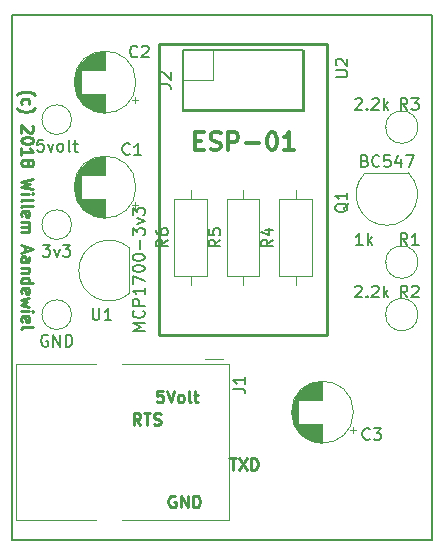
<source format=gbr>
G04 #@! TF.GenerationSoftware,KiCad,Pcbnew,(5.0.0-3-g5ebb6b6)*
G04 #@! TF.CreationDate,2018-11-13T12:47:17+01:00*
G04 #@! TF.ProjectId,DSMRlogger_v3,44534D526C6F676765725F76332E6B69,rev?*
G04 #@! TF.SameCoordinates,Original*
G04 #@! TF.FileFunction,Legend,Top*
G04 #@! TF.FilePolarity,Positive*
%FSLAX46Y46*%
G04 Gerber Fmt 4.6, Leading zero omitted, Abs format (unit mm)*
G04 Created by KiCad (PCBNEW (5.0.0-3-g5ebb6b6)) date Tuesday, 13 November 2018 at 12:47:17*
%MOMM*%
%LPD*%
G01*
G04 APERTURE LIST*
%ADD10C,0.300000*%
%ADD11C,0.250000*%
%ADD12C,0.200000*%
%ADD13C,0.120000*%
%ADD14C,0.254000*%
%ADD15C,0.152400*%
%ADD16C,0.100000*%
%ADD17C,0.150000*%
G04 APERTURE END LIST*
D10*
X55547142Y-39262857D02*
X56047142Y-39262857D01*
X56261428Y-40048571D02*
X55547142Y-40048571D01*
X55547142Y-38548571D01*
X56261428Y-38548571D01*
X56832857Y-39977142D02*
X57047142Y-40048571D01*
X57404285Y-40048571D01*
X57547142Y-39977142D01*
X57618571Y-39905714D01*
X57690000Y-39762857D01*
X57690000Y-39620000D01*
X57618571Y-39477142D01*
X57547142Y-39405714D01*
X57404285Y-39334285D01*
X57118571Y-39262857D01*
X56975714Y-39191428D01*
X56904285Y-39120000D01*
X56832857Y-38977142D01*
X56832857Y-38834285D01*
X56904285Y-38691428D01*
X56975714Y-38620000D01*
X57118571Y-38548571D01*
X57475714Y-38548571D01*
X57690000Y-38620000D01*
X58332857Y-40048571D02*
X58332857Y-38548571D01*
X58904285Y-38548571D01*
X59047142Y-38620000D01*
X59118571Y-38691428D01*
X59190000Y-38834285D01*
X59190000Y-39048571D01*
X59118571Y-39191428D01*
X59047142Y-39262857D01*
X58904285Y-39334285D01*
X58332857Y-39334285D01*
X59832857Y-39477142D02*
X60975714Y-39477142D01*
X61975714Y-38548571D02*
X62118571Y-38548571D01*
X62261428Y-38620000D01*
X62332857Y-38691428D01*
X62404285Y-38834285D01*
X62475714Y-39120000D01*
X62475714Y-39477142D01*
X62404285Y-39762857D01*
X62332857Y-39905714D01*
X62261428Y-39977142D01*
X62118571Y-40048571D01*
X61975714Y-40048571D01*
X61832857Y-39977142D01*
X61761428Y-39905714D01*
X61690000Y-39762857D01*
X61618571Y-39477142D01*
X61618571Y-39120000D01*
X61690000Y-38834285D01*
X61761428Y-38691428D01*
X61832857Y-38620000D01*
X61975714Y-38548571D01*
X63904285Y-40048571D02*
X63047142Y-40048571D01*
X63475714Y-40048571D02*
X63475714Y-38548571D01*
X63332857Y-38762857D01*
X63190000Y-38905714D01*
X63047142Y-38977142D01*
D11*
X40441666Y-35370714D02*
X40489285Y-35323095D01*
X40632142Y-35227857D01*
X40727380Y-35180238D01*
X40870238Y-35132619D01*
X41108333Y-35085000D01*
X41298809Y-35085000D01*
X41536904Y-35132619D01*
X41679761Y-35180238D01*
X41775000Y-35227857D01*
X41917857Y-35323095D01*
X41965476Y-35370714D01*
X40870238Y-36180238D02*
X40822619Y-36085000D01*
X40822619Y-35894523D01*
X40870238Y-35799285D01*
X40917857Y-35751666D01*
X41013095Y-35704047D01*
X41298809Y-35704047D01*
X41394047Y-35751666D01*
X41441666Y-35799285D01*
X41489285Y-35894523D01*
X41489285Y-36085000D01*
X41441666Y-36180238D01*
X40441666Y-36513571D02*
X40489285Y-36561190D01*
X40632142Y-36656428D01*
X40727380Y-36704047D01*
X40870238Y-36751666D01*
X41108333Y-36799285D01*
X41298809Y-36799285D01*
X41536904Y-36751666D01*
X41679761Y-36704047D01*
X41775000Y-36656428D01*
X41917857Y-36561190D01*
X41965476Y-36513571D01*
X41727380Y-37989761D02*
X41775000Y-38037380D01*
X41822619Y-38132619D01*
X41822619Y-38370714D01*
X41775000Y-38465952D01*
X41727380Y-38513571D01*
X41632142Y-38561190D01*
X41536904Y-38561190D01*
X41394047Y-38513571D01*
X40822619Y-37942142D01*
X40822619Y-38561190D01*
X41822619Y-39180238D02*
X41822619Y-39275476D01*
X41775000Y-39370714D01*
X41727380Y-39418333D01*
X41632142Y-39465952D01*
X41441666Y-39513571D01*
X41203571Y-39513571D01*
X41013095Y-39465952D01*
X40917857Y-39418333D01*
X40870238Y-39370714D01*
X40822619Y-39275476D01*
X40822619Y-39180238D01*
X40870238Y-39085000D01*
X40917857Y-39037380D01*
X41013095Y-38989761D01*
X41203571Y-38942142D01*
X41441666Y-38942142D01*
X41632142Y-38989761D01*
X41727380Y-39037380D01*
X41775000Y-39085000D01*
X41822619Y-39180238D01*
X40822619Y-40465952D02*
X40822619Y-39894523D01*
X40822619Y-40180238D02*
X41822619Y-40180238D01*
X41679761Y-40085000D01*
X41584523Y-39989761D01*
X41536904Y-39894523D01*
X41394047Y-41037380D02*
X41441666Y-40942142D01*
X41489285Y-40894523D01*
X41584523Y-40846904D01*
X41632142Y-40846904D01*
X41727380Y-40894523D01*
X41775000Y-40942142D01*
X41822619Y-41037380D01*
X41822619Y-41227857D01*
X41775000Y-41323095D01*
X41727380Y-41370714D01*
X41632142Y-41418333D01*
X41584523Y-41418333D01*
X41489285Y-41370714D01*
X41441666Y-41323095D01*
X41394047Y-41227857D01*
X41394047Y-41037380D01*
X41346428Y-40942142D01*
X41298809Y-40894523D01*
X41203571Y-40846904D01*
X41013095Y-40846904D01*
X40917857Y-40894523D01*
X40870238Y-40942142D01*
X40822619Y-41037380D01*
X40822619Y-41227857D01*
X40870238Y-41323095D01*
X40917857Y-41370714D01*
X41013095Y-41418333D01*
X41203571Y-41418333D01*
X41298809Y-41370714D01*
X41346428Y-41323095D01*
X41394047Y-41227857D01*
X41822619Y-42513571D02*
X40822619Y-42751666D01*
X41536904Y-42942142D01*
X40822619Y-43132619D01*
X41822619Y-43370714D01*
X40822619Y-43751666D02*
X41489285Y-43751666D01*
X41822619Y-43751666D02*
X41775000Y-43704047D01*
X41727380Y-43751666D01*
X41775000Y-43799285D01*
X41822619Y-43751666D01*
X41727380Y-43751666D01*
X40822619Y-44370714D02*
X40870238Y-44275476D01*
X40965476Y-44227857D01*
X41822619Y-44227857D01*
X40822619Y-44894523D02*
X40870238Y-44799285D01*
X40965476Y-44751666D01*
X41822619Y-44751666D01*
X40870238Y-45656428D02*
X40822619Y-45561190D01*
X40822619Y-45370714D01*
X40870238Y-45275476D01*
X40965476Y-45227857D01*
X41346428Y-45227857D01*
X41441666Y-45275476D01*
X41489285Y-45370714D01*
X41489285Y-45561190D01*
X41441666Y-45656428D01*
X41346428Y-45704047D01*
X41251190Y-45704047D01*
X41155952Y-45227857D01*
X40822619Y-46132619D02*
X41489285Y-46132619D01*
X41394047Y-46132619D02*
X41441666Y-46180238D01*
X41489285Y-46275476D01*
X41489285Y-46418333D01*
X41441666Y-46513571D01*
X41346428Y-46561190D01*
X40822619Y-46561190D01*
X41346428Y-46561190D02*
X41441666Y-46608809D01*
X41489285Y-46704047D01*
X41489285Y-46846904D01*
X41441666Y-46942142D01*
X41346428Y-46989761D01*
X40822619Y-46989761D01*
X41108333Y-48180238D02*
X41108333Y-48656428D01*
X40822619Y-48085000D02*
X41822619Y-48418333D01*
X40822619Y-48751666D01*
X40822619Y-49513571D02*
X41346428Y-49513571D01*
X41441666Y-49465952D01*
X41489285Y-49370714D01*
X41489285Y-49180238D01*
X41441666Y-49085000D01*
X40870238Y-49513571D02*
X40822619Y-49418333D01*
X40822619Y-49180238D01*
X40870238Y-49085000D01*
X40965476Y-49037380D01*
X41060714Y-49037380D01*
X41155952Y-49085000D01*
X41203571Y-49180238D01*
X41203571Y-49418333D01*
X41251190Y-49513571D01*
X41489285Y-49989761D02*
X40822619Y-49989761D01*
X41394047Y-49989761D02*
X41441666Y-50037380D01*
X41489285Y-50132619D01*
X41489285Y-50275476D01*
X41441666Y-50370714D01*
X41346428Y-50418333D01*
X40822619Y-50418333D01*
X40822619Y-51323095D02*
X41822619Y-51323095D01*
X40870238Y-51323095D02*
X40822619Y-51227857D01*
X40822619Y-51037380D01*
X40870238Y-50942142D01*
X40917857Y-50894523D01*
X41013095Y-50846904D01*
X41298809Y-50846904D01*
X41394047Y-50894523D01*
X41441666Y-50942142D01*
X41489285Y-51037380D01*
X41489285Y-51227857D01*
X41441666Y-51323095D01*
X40870238Y-52180238D02*
X40822619Y-52085000D01*
X40822619Y-51894523D01*
X40870238Y-51799285D01*
X40965476Y-51751666D01*
X41346428Y-51751666D01*
X41441666Y-51799285D01*
X41489285Y-51894523D01*
X41489285Y-52085000D01*
X41441666Y-52180238D01*
X41346428Y-52227857D01*
X41251190Y-52227857D01*
X41155952Y-51751666D01*
X41489285Y-52561190D02*
X40822619Y-52751666D01*
X41298809Y-52942142D01*
X40822619Y-53132619D01*
X41489285Y-53323095D01*
X40822619Y-53704047D02*
X41489285Y-53704047D01*
X41822619Y-53704047D02*
X41775000Y-53656428D01*
X41727380Y-53704047D01*
X41775000Y-53751666D01*
X41822619Y-53704047D01*
X41727380Y-53704047D01*
X40870238Y-54561190D02*
X40822619Y-54465952D01*
X40822619Y-54275476D01*
X40870238Y-54180238D01*
X40965476Y-54132619D01*
X41346428Y-54132619D01*
X41441666Y-54180238D01*
X41489285Y-54275476D01*
X41489285Y-54465952D01*
X41441666Y-54561190D01*
X41346428Y-54608809D01*
X41251190Y-54608809D01*
X41155952Y-54132619D01*
X40822619Y-55180238D02*
X40870238Y-55085000D01*
X40965476Y-55037380D01*
X41822619Y-55037380D01*
D12*
X40005000Y-28575000D02*
X40005000Y-73025000D01*
D11*
X58428095Y-66127380D02*
X58999523Y-66127380D01*
X58713809Y-67127380D02*
X58713809Y-66127380D01*
X59237619Y-66127380D02*
X59904285Y-67127380D01*
X59904285Y-66127380D02*
X59237619Y-67127380D01*
X60285238Y-67127380D02*
X60285238Y-66127380D01*
X60523333Y-66127380D01*
X60666190Y-66175000D01*
X60761428Y-66270238D01*
X60809047Y-66365476D01*
X60856666Y-66555952D01*
X60856666Y-66698809D01*
X60809047Y-66889285D01*
X60761428Y-66984523D01*
X60666190Y-67079761D01*
X60523333Y-67127380D01*
X60285238Y-67127380D01*
X53848095Y-69350000D02*
X53752857Y-69302380D01*
X53610000Y-69302380D01*
X53467142Y-69350000D01*
X53371904Y-69445238D01*
X53324285Y-69540476D01*
X53276666Y-69730952D01*
X53276666Y-69873809D01*
X53324285Y-70064285D01*
X53371904Y-70159523D01*
X53467142Y-70254761D01*
X53610000Y-70302380D01*
X53705238Y-70302380D01*
X53848095Y-70254761D01*
X53895714Y-70207142D01*
X53895714Y-69873809D01*
X53705238Y-69873809D01*
X54324285Y-70302380D02*
X54324285Y-69302380D01*
X54895714Y-70302380D01*
X54895714Y-69302380D01*
X55371904Y-70302380D02*
X55371904Y-69302380D01*
X55610000Y-69302380D01*
X55752857Y-69350000D01*
X55848095Y-69445238D01*
X55895714Y-69540476D01*
X55943333Y-69730952D01*
X55943333Y-69873809D01*
X55895714Y-70064285D01*
X55848095Y-70159523D01*
X55752857Y-70254761D01*
X55610000Y-70302380D01*
X55371904Y-70302380D01*
X53848095Y-69350000D02*
X53752857Y-69302380D01*
X53610000Y-69302380D01*
X53467142Y-69350000D01*
X53371904Y-69445238D01*
X53324285Y-69540476D01*
X53276666Y-69730952D01*
X53276666Y-69873809D01*
X53324285Y-70064285D01*
X53371904Y-70159523D01*
X53467142Y-70254761D01*
X53610000Y-70302380D01*
X53705238Y-70302380D01*
X53848095Y-70254761D01*
X53895714Y-70207142D01*
X53895714Y-69873809D01*
X53705238Y-69873809D01*
X54324285Y-70302380D02*
X54324285Y-69302380D01*
X54895714Y-70302380D01*
X54895714Y-69302380D01*
X55371904Y-70302380D02*
X55371904Y-69302380D01*
X55610000Y-69302380D01*
X55752857Y-69350000D01*
X55848095Y-69445238D01*
X55895714Y-69540476D01*
X55943333Y-69730952D01*
X55943333Y-69873809D01*
X55895714Y-70064285D01*
X55848095Y-70159523D01*
X55752857Y-70254761D01*
X55610000Y-70302380D01*
X55371904Y-70302380D01*
X50887380Y-63317380D02*
X50554047Y-62841190D01*
X50315952Y-63317380D02*
X50315952Y-62317380D01*
X50696904Y-62317380D01*
X50792142Y-62365000D01*
X50839761Y-62412619D01*
X50887380Y-62507857D01*
X50887380Y-62650714D01*
X50839761Y-62745952D01*
X50792142Y-62793571D01*
X50696904Y-62841190D01*
X50315952Y-62841190D01*
X51173095Y-62317380D02*
X51744523Y-62317380D01*
X51458809Y-63317380D02*
X51458809Y-62317380D01*
X52030238Y-63269761D02*
X52173095Y-63317380D01*
X52411190Y-63317380D01*
X52506428Y-63269761D01*
X52554047Y-63222142D01*
X52601666Y-63126904D01*
X52601666Y-63031666D01*
X52554047Y-62936428D01*
X52506428Y-62888809D01*
X52411190Y-62841190D01*
X52220714Y-62793571D01*
X52125476Y-62745952D01*
X52077857Y-62698333D01*
X52030238Y-62603095D01*
X52030238Y-62507857D01*
X52077857Y-62412619D01*
X52125476Y-62365000D01*
X52220714Y-62317380D01*
X52458809Y-62317380D01*
X52601666Y-62365000D01*
X52784523Y-60412380D02*
X52308333Y-60412380D01*
X52260714Y-60888571D01*
X52308333Y-60840952D01*
X52403571Y-60793333D01*
X52641666Y-60793333D01*
X52736904Y-60840952D01*
X52784523Y-60888571D01*
X52832142Y-60983809D01*
X52832142Y-61221904D01*
X52784523Y-61317142D01*
X52736904Y-61364761D01*
X52641666Y-61412380D01*
X52403571Y-61412380D01*
X52308333Y-61364761D01*
X52260714Y-61317142D01*
X53117857Y-60412380D02*
X53451190Y-61412380D01*
X53784523Y-60412380D01*
X54260714Y-61412380D02*
X54165476Y-61364761D01*
X54117857Y-61317142D01*
X54070238Y-61221904D01*
X54070238Y-60936190D01*
X54117857Y-60840952D01*
X54165476Y-60793333D01*
X54260714Y-60745714D01*
X54403571Y-60745714D01*
X54498809Y-60793333D01*
X54546428Y-60840952D01*
X54594047Y-60936190D01*
X54594047Y-61221904D01*
X54546428Y-61317142D01*
X54498809Y-61364761D01*
X54403571Y-61412380D01*
X54260714Y-61412380D01*
X55165476Y-61412380D02*
X55070238Y-61364761D01*
X55022619Y-61269523D01*
X55022619Y-60412380D01*
X55403571Y-60745714D02*
X55784523Y-60745714D01*
X55546428Y-60412380D02*
X55546428Y-61269523D01*
X55594047Y-61364761D01*
X55689285Y-61412380D01*
X55784523Y-61412380D01*
D12*
X75565000Y-73025000D02*
X40005000Y-73025000D01*
X75565000Y-28575000D02*
X75565000Y-73025000D01*
X40005000Y-28575000D02*
X75565000Y-28575000D01*
D13*
G04 #@! TO.C,Q1*
X73555000Y-41965000D02*
X69955000Y-41965000D01*
X73593478Y-41976522D02*
G75*
G02X71755000Y-46415000I-1838478J-1838478D01*
G01*
X69916522Y-41976522D02*
G75*
G03X71755000Y-46415000I1838478J-1838478D01*
G01*
G04 #@! TO.C,U1*
X49960000Y-52185000D02*
X49960000Y-48335000D01*
X49950122Y-48296389D02*
G75*
G03X49960000Y-52185000I-1690122J-1948611D01*
G01*
G04 #@! TO.C,R2*
X74395000Y-53975000D02*
G75*
G03X74395000Y-53975000I-1370000J0D01*
G01*
X71655000Y-53975000D02*
X71585000Y-53975000D01*
G04 #@! TO.C,C1*
X50449775Y-44905000D02*
X50449775Y-44405000D01*
X50699775Y-44655000D02*
X50199775Y-44655000D01*
X45294000Y-43464000D02*
X45294000Y-42896000D01*
X45334000Y-43698000D02*
X45334000Y-42662000D01*
X45374000Y-43857000D02*
X45374000Y-42503000D01*
X45414000Y-43985000D02*
X45414000Y-42375000D01*
X45454000Y-44095000D02*
X45454000Y-42265000D01*
X45494000Y-44191000D02*
X45494000Y-42169000D01*
X45534000Y-44278000D02*
X45534000Y-42082000D01*
X45574000Y-44358000D02*
X45574000Y-42002000D01*
X45614000Y-44431000D02*
X45614000Y-41929000D01*
X45654000Y-44499000D02*
X45654000Y-41861000D01*
X45694000Y-44563000D02*
X45694000Y-41797000D01*
X45734000Y-44623000D02*
X45734000Y-41737000D01*
X45774000Y-44680000D02*
X45774000Y-41680000D01*
X45814000Y-44734000D02*
X45814000Y-41626000D01*
X45854000Y-44785000D02*
X45854000Y-41575000D01*
X45894000Y-42140000D02*
X45894000Y-41527000D01*
X45894000Y-44833000D02*
X45894000Y-44220000D01*
X45934000Y-42140000D02*
X45934000Y-41481000D01*
X45934000Y-44879000D02*
X45934000Y-44220000D01*
X45974000Y-42140000D02*
X45974000Y-41437000D01*
X45974000Y-44923000D02*
X45974000Y-44220000D01*
X46014000Y-42140000D02*
X46014000Y-41395000D01*
X46014000Y-44965000D02*
X46014000Y-44220000D01*
X46054000Y-42140000D02*
X46054000Y-41354000D01*
X46054000Y-45006000D02*
X46054000Y-44220000D01*
X46094000Y-42140000D02*
X46094000Y-41316000D01*
X46094000Y-45044000D02*
X46094000Y-44220000D01*
X46134000Y-42140000D02*
X46134000Y-41279000D01*
X46134000Y-45081000D02*
X46134000Y-44220000D01*
X46174000Y-42140000D02*
X46174000Y-41243000D01*
X46174000Y-45117000D02*
X46174000Y-44220000D01*
X46214000Y-42140000D02*
X46214000Y-41209000D01*
X46214000Y-45151000D02*
X46214000Y-44220000D01*
X46254000Y-42140000D02*
X46254000Y-41176000D01*
X46254000Y-45184000D02*
X46254000Y-44220000D01*
X46294000Y-42140000D02*
X46294000Y-41145000D01*
X46294000Y-45215000D02*
X46294000Y-44220000D01*
X46334000Y-42140000D02*
X46334000Y-41115000D01*
X46334000Y-45245000D02*
X46334000Y-44220000D01*
X46374000Y-42140000D02*
X46374000Y-41085000D01*
X46374000Y-45275000D02*
X46374000Y-44220000D01*
X46414000Y-42140000D02*
X46414000Y-41058000D01*
X46414000Y-45302000D02*
X46414000Y-44220000D01*
X46454000Y-42140000D02*
X46454000Y-41031000D01*
X46454000Y-45329000D02*
X46454000Y-44220000D01*
X46494000Y-42140000D02*
X46494000Y-41005000D01*
X46494000Y-45355000D02*
X46494000Y-44220000D01*
X46534000Y-42140000D02*
X46534000Y-40980000D01*
X46534000Y-45380000D02*
X46534000Y-44220000D01*
X46574000Y-42140000D02*
X46574000Y-40956000D01*
X46574000Y-45404000D02*
X46574000Y-44220000D01*
X46614000Y-42140000D02*
X46614000Y-40933000D01*
X46614000Y-45427000D02*
X46614000Y-44220000D01*
X46654000Y-42140000D02*
X46654000Y-40912000D01*
X46654000Y-45448000D02*
X46654000Y-44220000D01*
X46694000Y-42140000D02*
X46694000Y-40890000D01*
X46694000Y-45470000D02*
X46694000Y-44220000D01*
X46734000Y-42140000D02*
X46734000Y-40870000D01*
X46734000Y-45490000D02*
X46734000Y-44220000D01*
X46774000Y-42140000D02*
X46774000Y-40851000D01*
X46774000Y-45509000D02*
X46774000Y-44220000D01*
X46814000Y-42140000D02*
X46814000Y-40832000D01*
X46814000Y-45528000D02*
X46814000Y-44220000D01*
X46854000Y-42140000D02*
X46854000Y-40815000D01*
X46854000Y-45545000D02*
X46854000Y-44220000D01*
X46894000Y-42140000D02*
X46894000Y-40798000D01*
X46894000Y-45562000D02*
X46894000Y-44220000D01*
X46934000Y-42140000D02*
X46934000Y-40782000D01*
X46934000Y-45578000D02*
X46934000Y-44220000D01*
X46974000Y-42140000D02*
X46974000Y-40766000D01*
X46974000Y-45594000D02*
X46974000Y-44220000D01*
X47014000Y-42140000D02*
X47014000Y-40752000D01*
X47014000Y-45608000D02*
X47014000Y-44220000D01*
X47054000Y-42140000D02*
X47054000Y-40738000D01*
X47054000Y-45622000D02*
X47054000Y-44220000D01*
X47094000Y-42140000D02*
X47094000Y-40725000D01*
X47094000Y-45635000D02*
X47094000Y-44220000D01*
X47134000Y-42140000D02*
X47134000Y-40712000D01*
X47134000Y-45648000D02*
X47134000Y-44220000D01*
X47174000Y-42140000D02*
X47174000Y-40700000D01*
X47174000Y-45660000D02*
X47174000Y-44220000D01*
X47215000Y-42140000D02*
X47215000Y-40689000D01*
X47215000Y-45671000D02*
X47215000Y-44220000D01*
X47255000Y-42140000D02*
X47255000Y-40679000D01*
X47255000Y-45681000D02*
X47255000Y-44220000D01*
X47295000Y-42140000D02*
X47295000Y-40669000D01*
X47295000Y-45691000D02*
X47295000Y-44220000D01*
X47335000Y-42140000D02*
X47335000Y-40660000D01*
X47335000Y-45700000D02*
X47335000Y-44220000D01*
X47375000Y-42140000D02*
X47375000Y-40652000D01*
X47375000Y-45708000D02*
X47375000Y-44220000D01*
X47415000Y-42140000D02*
X47415000Y-40644000D01*
X47415000Y-45716000D02*
X47415000Y-44220000D01*
X47455000Y-42140000D02*
X47455000Y-40637000D01*
X47455000Y-45723000D02*
X47455000Y-44220000D01*
X47495000Y-42140000D02*
X47495000Y-40630000D01*
X47495000Y-45730000D02*
X47495000Y-44220000D01*
X47535000Y-42140000D02*
X47535000Y-40624000D01*
X47535000Y-45736000D02*
X47535000Y-44220000D01*
X47575000Y-42140000D02*
X47575000Y-40619000D01*
X47575000Y-45741000D02*
X47575000Y-44220000D01*
X47615000Y-42140000D02*
X47615000Y-40615000D01*
X47615000Y-45745000D02*
X47615000Y-44220000D01*
X47655000Y-42140000D02*
X47655000Y-40611000D01*
X47655000Y-45749000D02*
X47655000Y-44220000D01*
X47695000Y-42140000D02*
X47695000Y-40607000D01*
X47695000Y-45753000D02*
X47695000Y-44220000D01*
X47735000Y-42140000D02*
X47735000Y-40604000D01*
X47735000Y-45756000D02*
X47735000Y-44220000D01*
X47775000Y-42140000D02*
X47775000Y-40602000D01*
X47775000Y-45758000D02*
X47775000Y-44220000D01*
X47815000Y-42140000D02*
X47815000Y-40601000D01*
X47815000Y-45759000D02*
X47815000Y-44220000D01*
X47855000Y-45760000D02*
X47855000Y-44220000D01*
X47855000Y-42140000D02*
X47855000Y-40600000D01*
X47895000Y-45760000D02*
X47895000Y-44220000D01*
X47895000Y-42140000D02*
X47895000Y-40600000D01*
X50515000Y-43180000D02*
G75*
G03X50515000Y-43180000I-2620000J0D01*
G01*
G04 #@! TO.C,C2*
X68930000Y-62230000D02*
G75*
G03X68930000Y-62230000I-2620000J0D01*
G01*
X66310000Y-61190000D02*
X66310000Y-59650000D01*
X66310000Y-64810000D02*
X66310000Y-63270000D01*
X66270000Y-61190000D02*
X66270000Y-59650000D01*
X66270000Y-64810000D02*
X66270000Y-63270000D01*
X66230000Y-64809000D02*
X66230000Y-63270000D01*
X66230000Y-61190000D02*
X66230000Y-59651000D01*
X66190000Y-64808000D02*
X66190000Y-63270000D01*
X66190000Y-61190000D02*
X66190000Y-59652000D01*
X66150000Y-64806000D02*
X66150000Y-63270000D01*
X66150000Y-61190000D02*
X66150000Y-59654000D01*
X66110000Y-64803000D02*
X66110000Y-63270000D01*
X66110000Y-61190000D02*
X66110000Y-59657000D01*
X66070000Y-64799000D02*
X66070000Y-63270000D01*
X66070000Y-61190000D02*
X66070000Y-59661000D01*
X66030000Y-64795000D02*
X66030000Y-63270000D01*
X66030000Y-61190000D02*
X66030000Y-59665000D01*
X65990000Y-64791000D02*
X65990000Y-63270000D01*
X65990000Y-61190000D02*
X65990000Y-59669000D01*
X65950000Y-64786000D02*
X65950000Y-63270000D01*
X65950000Y-61190000D02*
X65950000Y-59674000D01*
X65910000Y-64780000D02*
X65910000Y-63270000D01*
X65910000Y-61190000D02*
X65910000Y-59680000D01*
X65870000Y-64773000D02*
X65870000Y-63270000D01*
X65870000Y-61190000D02*
X65870000Y-59687000D01*
X65830000Y-64766000D02*
X65830000Y-63270000D01*
X65830000Y-61190000D02*
X65830000Y-59694000D01*
X65790000Y-64758000D02*
X65790000Y-63270000D01*
X65790000Y-61190000D02*
X65790000Y-59702000D01*
X65750000Y-64750000D02*
X65750000Y-63270000D01*
X65750000Y-61190000D02*
X65750000Y-59710000D01*
X65710000Y-64741000D02*
X65710000Y-63270000D01*
X65710000Y-61190000D02*
X65710000Y-59719000D01*
X65670000Y-64731000D02*
X65670000Y-63270000D01*
X65670000Y-61190000D02*
X65670000Y-59729000D01*
X65630000Y-64721000D02*
X65630000Y-63270000D01*
X65630000Y-61190000D02*
X65630000Y-59739000D01*
X65589000Y-64710000D02*
X65589000Y-63270000D01*
X65589000Y-61190000D02*
X65589000Y-59750000D01*
X65549000Y-64698000D02*
X65549000Y-63270000D01*
X65549000Y-61190000D02*
X65549000Y-59762000D01*
X65509000Y-64685000D02*
X65509000Y-63270000D01*
X65509000Y-61190000D02*
X65509000Y-59775000D01*
X65469000Y-64672000D02*
X65469000Y-63270000D01*
X65469000Y-61190000D02*
X65469000Y-59788000D01*
X65429000Y-64658000D02*
X65429000Y-63270000D01*
X65429000Y-61190000D02*
X65429000Y-59802000D01*
X65389000Y-64644000D02*
X65389000Y-63270000D01*
X65389000Y-61190000D02*
X65389000Y-59816000D01*
X65349000Y-64628000D02*
X65349000Y-63270000D01*
X65349000Y-61190000D02*
X65349000Y-59832000D01*
X65309000Y-64612000D02*
X65309000Y-63270000D01*
X65309000Y-61190000D02*
X65309000Y-59848000D01*
X65269000Y-64595000D02*
X65269000Y-63270000D01*
X65269000Y-61190000D02*
X65269000Y-59865000D01*
X65229000Y-64578000D02*
X65229000Y-63270000D01*
X65229000Y-61190000D02*
X65229000Y-59882000D01*
X65189000Y-64559000D02*
X65189000Y-63270000D01*
X65189000Y-61190000D02*
X65189000Y-59901000D01*
X65149000Y-64540000D02*
X65149000Y-63270000D01*
X65149000Y-61190000D02*
X65149000Y-59920000D01*
X65109000Y-64520000D02*
X65109000Y-63270000D01*
X65109000Y-61190000D02*
X65109000Y-59940000D01*
X65069000Y-64498000D02*
X65069000Y-63270000D01*
X65069000Y-61190000D02*
X65069000Y-59962000D01*
X65029000Y-64477000D02*
X65029000Y-63270000D01*
X65029000Y-61190000D02*
X65029000Y-59983000D01*
X64989000Y-64454000D02*
X64989000Y-63270000D01*
X64989000Y-61190000D02*
X64989000Y-60006000D01*
X64949000Y-64430000D02*
X64949000Y-63270000D01*
X64949000Y-61190000D02*
X64949000Y-60030000D01*
X64909000Y-64405000D02*
X64909000Y-63270000D01*
X64909000Y-61190000D02*
X64909000Y-60055000D01*
X64869000Y-64379000D02*
X64869000Y-63270000D01*
X64869000Y-61190000D02*
X64869000Y-60081000D01*
X64829000Y-64352000D02*
X64829000Y-63270000D01*
X64829000Y-61190000D02*
X64829000Y-60108000D01*
X64789000Y-64325000D02*
X64789000Y-63270000D01*
X64789000Y-61190000D02*
X64789000Y-60135000D01*
X64749000Y-64295000D02*
X64749000Y-63270000D01*
X64749000Y-61190000D02*
X64749000Y-60165000D01*
X64709000Y-64265000D02*
X64709000Y-63270000D01*
X64709000Y-61190000D02*
X64709000Y-60195000D01*
X64669000Y-64234000D02*
X64669000Y-63270000D01*
X64669000Y-61190000D02*
X64669000Y-60226000D01*
X64629000Y-64201000D02*
X64629000Y-63270000D01*
X64629000Y-61190000D02*
X64629000Y-60259000D01*
X64589000Y-64167000D02*
X64589000Y-63270000D01*
X64589000Y-61190000D02*
X64589000Y-60293000D01*
X64549000Y-64131000D02*
X64549000Y-63270000D01*
X64549000Y-61190000D02*
X64549000Y-60329000D01*
X64509000Y-64094000D02*
X64509000Y-63270000D01*
X64509000Y-61190000D02*
X64509000Y-60366000D01*
X64469000Y-64056000D02*
X64469000Y-63270000D01*
X64469000Y-61190000D02*
X64469000Y-60404000D01*
X64429000Y-64015000D02*
X64429000Y-63270000D01*
X64429000Y-61190000D02*
X64429000Y-60445000D01*
X64389000Y-63973000D02*
X64389000Y-63270000D01*
X64389000Y-61190000D02*
X64389000Y-60487000D01*
X64349000Y-63929000D02*
X64349000Y-63270000D01*
X64349000Y-61190000D02*
X64349000Y-60531000D01*
X64309000Y-63883000D02*
X64309000Y-63270000D01*
X64309000Y-61190000D02*
X64309000Y-60577000D01*
X64269000Y-63835000D02*
X64269000Y-60625000D01*
X64229000Y-63784000D02*
X64229000Y-60676000D01*
X64189000Y-63730000D02*
X64189000Y-60730000D01*
X64149000Y-63673000D02*
X64149000Y-60787000D01*
X64109000Y-63613000D02*
X64109000Y-60847000D01*
X64069000Y-63549000D02*
X64069000Y-60911000D01*
X64029000Y-63481000D02*
X64029000Y-60979000D01*
X63989000Y-63408000D02*
X63989000Y-61052000D01*
X63949000Y-63328000D02*
X63949000Y-61132000D01*
X63909000Y-63241000D02*
X63909000Y-61219000D01*
X63869000Y-63145000D02*
X63869000Y-61315000D01*
X63829000Y-63035000D02*
X63829000Y-61425000D01*
X63789000Y-62907000D02*
X63789000Y-61553000D01*
X63749000Y-62748000D02*
X63749000Y-61712000D01*
X63709000Y-62514000D02*
X63709000Y-61946000D01*
X69114775Y-63705000D02*
X68614775Y-63705000D01*
X68864775Y-63955000D02*
X68864775Y-63455000D01*
G04 #@! TO.C,C3*
X50515000Y-34290000D02*
G75*
G03X50515000Y-34290000I-2620000J0D01*
G01*
X47895000Y-33250000D02*
X47895000Y-31710000D01*
X47895000Y-36870000D02*
X47895000Y-35330000D01*
X47855000Y-33250000D02*
X47855000Y-31710000D01*
X47855000Y-36870000D02*
X47855000Y-35330000D01*
X47815000Y-36869000D02*
X47815000Y-35330000D01*
X47815000Y-33250000D02*
X47815000Y-31711000D01*
X47775000Y-36868000D02*
X47775000Y-35330000D01*
X47775000Y-33250000D02*
X47775000Y-31712000D01*
X47735000Y-36866000D02*
X47735000Y-35330000D01*
X47735000Y-33250000D02*
X47735000Y-31714000D01*
X47695000Y-36863000D02*
X47695000Y-35330000D01*
X47695000Y-33250000D02*
X47695000Y-31717000D01*
X47655000Y-36859000D02*
X47655000Y-35330000D01*
X47655000Y-33250000D02*
X47655000Y-31721000D01*
X47615000Y-36855000D02*
X47615000Y-35330000D01*
X47615000Y-33250000D02*
X47615000Y-31725000D01*
X47575000Y-36851000D02*
X47575000Y-35330000D01*
X47575000Y-33250000D02*
X47575000Y-31729000D01*
X47535000Y-36846000D02*
X47535000Y-35330000D01*
X47535000Y-33250000D02*
X47535000Y-31734000D01*
X47495000Y-36840000D02*
X47495000Y-35330000D01*
X47495000Y-33250000D02*
X47495000Y-31740000D01*
X47455000Y-36833000D02*
X47455000Y-35330000D01*
X47455000Y-33250000D02*
X47455000Y-31747000D01*
X47415000Y-36826000D02*
X47415000Y-35330000D01*
X47415000Y-33250000D02*
X47415000Y-31754000D01*
X47375000Y-36818000D02*
X47375000Y-35330000D01*
X47375000Y-33250000D02*
X47375000Y-31762000D01*
X47335000Y-36810000D02*
X47335000Y-35330000D01*
X47335000Y-33250000D02*
X47335000Y-31770000D01*
X47295000Y-36801000D02*
X47295000Y-35330000D01*
X47295000Y-33250000D02*
X47295000Y-31779000D01*
X47255000Y-36791000D02*
X47255000Y-35330000D01*
X47255000Y-33250000D02*
X47255000Y-31789000D01*
X47215000Y-36781000D02*
X47215000Y-35330000D01*
X47215000Y-33250000D02*
X47215000Y-31799000D01*
X47174000Y-36770000D02*
X47174000Y-35330000D01*
X47174000Y-33250000D02*
X47174000Y-31810000D01*
X47134000Y-36758000D02*
X47134000Y-35330000D01*
X47134000Y-33250000D02*
X47134000Y-31822000D01*
X47094000Y-36745000D02*
X47094000Y-35330000D01*
X47094000Y-33250000D02*
X47094000Y-31835000D01*
X47054000Y-36732000D02*
X47054000Y-35330000D01*
X47054000Y-33250000D02*
X47054000Y-31848000D01*
X47014000Y-36718000D02*
X47014000Y-35330000D01*
X47014000Y-33250000D02*
X47014000Y-31862000D01*
X46974000Y-36704000D02*
X46974000Y-35330000D01*
X46974000Y-33250000D02*
X46974000Y-31876000D01*
X46934000Y-36688000D02*
X46934000Y-35330000D01*
X46934000Y-33250000D02*
X46934000Y-31892000D01*
X46894000Y-36672000D02*
X46894000Y-35330000D01*
X46894000Y-33250000D02*
X46894000Y-31908000D01*
X46854000Y-36655000D02*
X46854000Y-35330000D01*
X46854000Y-33250000D02*
X46854000Y-31925000D01*
X46814000Y-36638000D02*
X46814000Y-35330000D01*
X46814000Y-33250000D02*
X46814000Y-31942000D01*
X46774000Y-36619000D02*
X46774000Y-35330000D01*
X46774000Y-33250000D02*
X46774000Y-31961000D01*
X46734000Y-36600000D02*
X46734000Y-35330000D01*
X46734000Y-33250000D02*
X46734000Y-31980000D01*
X46694000Y-36580000D02*
X46694000Y-35330000D01*
X46694000Y-33250000D02*
X46694000Y-32000000D01*
X46654000Y-36558000D02*
X46654000Y-35330000D01*
X46654000Y-33250000D02*
X46654000Y-32022000D01*
X46614000Y-36537000D02*
X46614000Y-35330000D01*
X46614000Y-33250000D02*
X46614000Y-32043000D01*
X46574000Y-36514000D02*
X46574000Y-35330000D01*
X46574000Y-33250000D02*
X46574000Y-32066000D01*
X46534000Y-36490000D02*
X46534000Y-35330000D01*
X46534000Y-33250000D02*
X46534000Y-32090000D01*
X46494000Y-36465000D02*
X46494000Y-35330000D01*
X46494000Y-33250000D02*
X46494000Y-32115000D01*
X46454000Y-36439000D02*
X46454000Y-35330000D01*
X46454000Y-33250000D02*
X46454000Y-32141000D01*
X46414000Y-36412000D02*
X46414000Y-35330000D01*
X46414000Y-33250000D02*
X46414000Y-32168000D01*
X46374000Y-36385000D02*
X46374000Y-35330000D01*
X46374000Y-33250000D02*
X46374000Y-32195000D01*
X46334000Y-36355000D02*
X46334000Y-35330000D01*
X46334000Y-33250000D02*
X46334000Y-32225000D01*
X46294000Y-36325000D02*
X46294000Y-35330000D01*
X46294000Y-33250000D02*
X46294000Y-32255000D01*
X46254000Y-36294000D02*
X46254000Y-35330000D01*
X46254000Y-33250000D02*
X46254000Y-32286000D01*
X46214000Y-36261000D02*
X46214000Y-35330000D01*
X46214000Y-33250000D02*
X46214000Y-32319000D01*
X46174000Y-36227000D02*
X46174000Y-35330000D01*
X46174000Y-33250000D02*
X46174000Y-32353000D01*
X46134000Y-36191000D02*
X46134000Y-35330000D01*
X46134000Y-33250000D02*
X46134000Y-32389000D01*
X46094000Y-36154000D02*
X46094000Y-35330000D01*
X46094000Y-33250000D02*
X46094000Y-32426000D01*
X46054000Y-36116000D02*
X46054000Y-35330000D01*
X46054000Y-33250000D02*
X46054000Y-32464000D01*
X46014000Y-36075000D02*
X46014000Y-35330000D01*
X46014000Y-33250000D02*
X46014000Y-32505000D01*
X45974000Y-36033000D02*
X45974000Y-35330000D01*
X45974000Y-33250000D02*
X45974000Y-32547000D01*
X45934000Y-35989000D02*
X45934000Y-35330000D01*
X45934000Y-33250000D02*
X45934000Y-32591000D01*
X45894000Y-35943000D02*
X45894000Y-35330000D01*
X45894000Y-33250000D02*
X45894000Y-32637000D01*
X45854000Y-35895000D02*
X45854000Y-32685000D01*
X45814000Y-35844000D02*
X45814000Y-32736000D01*
X45774000Y-35790000D02*
X45774000Y-32790000D01*
X45734000Y-35733000D02*
X45734000Y-32847000D01*
X45694000Y-35673000D02*
X45694000Y-32907000D01*
X45654000Y-35609000D02*
X45654000Y-32971000D01*
X45614000Y-35541000D02*
X45614000Y-33039000D01*
X45574000Y-35468000D02*
X45574000Y-33112000D01*
X45534000Y-35388000D02*
X45534000Y-33192000D01*
X45494000Y-35301000D02*
X45494000Y-33279000D01*
X45454000Y-35205000D02*
X45454000Y-33375000D01*
X45414000Y-35095000D02*
X45414000Y-33485000D01*
X45374000Y-34967000D02*
X45374000Y-33613000D01*
X45334000Y-34808000D02*
X45334000Y-33772000D01*
X45294000Y-34574000D02*
X45294000Y-34006000D01*
X50699775Y-35765000D02*
X50199775Y-35765000D01*
X50449775Y-36015000D02*
X50449775Y-35515000D01*
G04 #@! TO.C,J2*
X54455234Y-36728601D02*
X54455234Y-34128601D01*
X54455234Y-36728601D02*
X64735234Y-36728601D01*
X64735234Y-36728601D02*
X64735234Y-31528601D01*
X57055234Y-31528601D02*
X64735234Y-31528601D01*
X57055234Y-34128601D02*
X57055234Y-31528601D01*
X54455234Y-34128601D02*
X57055234Y-34128601D01*
X54455234Y-31528601D02*
X55785234Y-31528601D01*
X54455234Y-32858601D02*
X54455234Y-31528601D01*
G04 #@! TO.C,R1*
X74395000Y-49530000D02*
G75*
G03X74395000Y-49530000I-1370000J0D01*
G01*
X71655000Y-49530000D02*
X71585000Y-49530000D01*
G04 #@! TO.C,R3*
X71655000Y-38100000D02*
X71585000Y-38100000D01*
X74395000Y-38100000D02*
G75*
G03X74395000Y-38100000I-1370000J0D01*
G01*
D14*
G04 #@! TO.C,U2*
X66707234Y-31080601D02*
X66707234Y-55718601D01*
X66707234Y-55718601D02*
X52483234Y-55718601D01*
X52483234Y-55718601D02*
X52483234Y-31080601D01*
X52483234Y-31080601D02*
X66707234Y-31080601D01*
D15*
X64675234Y-34128601D02*
X64675234Y-31588601D01*
X64675234Y-31588601D02*
X62135234Y-31588601D01*
X62135234Y-31588601D02*
X54515234Y-31588601D01*
X54515234Y-31588601D02*
X54515234Y-36668601D01*
X54515234Y-36668601D02*
X64675234Y-36668601D01*
X64675234Y-36668601D02*
X64675234Y-34128601D01*
D13*
G04 #@! TO.C,R4*
X62670234Y-50733601D02*
X65410234Y-50733601D01*
X65410234Y-50733601D02*
X65410234Y-44193601D01*
X65410234Y-44193601D02*
X62670234Y-44193601D01*
X62670234Y-44193601D02*
X62670234Y-50733601D01*
X64040234Y-51503601D02*
X64040234Y-50733601D01*
X64040234Y-43423601D02*
X64040234Y-44193601D01*
G04 #@! TO.C,R5*
X59595234Y-43423601D02*
X59595234Y-44193601D01*
X59595234Y-51503601D02*
X59595234Y-50733601D01*
X58225234Y-44193601D02*
X58225234Y-50733601D01*
X60965234Y-44193601D02*
X58225234Y-44193601D01*
X60965234Y-50733601D02*
X60965234Y-44193601D01*
X58225234Y-50733601D02*
X60965234Y-50733601D01*
G04 #@! TO.C,R6*
X53780234Y-50733601D02*
X56520234Y-50733601D01*
X56520234Y-50733601D02*
X56520234Y-44193601D01*
X56520234Y-44193601D02*
X53780234Y-44193601D01*
X53780234Y-44193601D02*
X53780234Y-50733601D01*
X55150234Y-51503601D02*
X55150234Y-50733601D01*
X55150234Y-43423601D02*
X55150234Y-44193601D01*
G04 #@! TO.C,J3*
X45066000Y-46355000D02*
G75*
G03X45066000Y-46355000I-1251000J0D01*
G01*
G04 #@! TO.C,J4*
X45066000Y-37465000D02*
G75*
G03X45066000Y-37465000I-1251000J0D01*
G01*
G04 #@! TO.C,J5*
X45066000Y-53975000D02*
G75*
G03X45066000Y-53975000I-1251000J0D01*
G01*
G04 #@! TO.C,J1*
X56380000Y-57695000D02*
X57910000Y-57695000D01*
X49360000Y-58165000D02*
X58380000Y-58165000D01*
D16*
X49430000Y-58165000D02*
X49360000Y-58165000D01*
D13*
X40380000Y-58165000D02*
X47160000Y-58165000D01*
X40380000Y-71365000D02*
X40380000Y-58165000D01*
D16*
X40390000Y-71365000D02*
X40380000Y-71365000D01*
D13*
X40380000Y-71365000D02*
X47160000Y-71365000D01*
D16*
X40500000Y-71365000D02*
X40380000Y-71365000D01*
D13*
X58380000Y-71365000D02*
X49360000Y-71365000D01*
X58380000Y-58165000D02*
X58380000Y-71365000D01*
G04 #@! TO.C,Q1*
D17*
X68492619Y-44545238D02*
X68445000Y-44640476D01*
X68349761Y-44735714D01*
X68206904Y-44878571D01*
X68159285Y-44973809D01*
X68159285Y-45069047D01*
X68397380Y-45021428D02*
X68349761Y-45116666D01*
X68254523Y-45211904D01*
X68064047Y-45259523D01*
X67730714Y-45259523D01*
X67540238Y-45211904D01*
X67445000Y-45116666D01*
X67397380Y-45021428D01*
X67397380Y-44830952D01*
X67445000Y-44735714D01*
X67540238Y-44640476D01*
X67730714Y-44592857D01*
X68064047Y-44592857D01*
X68254523Y-44640476D01*
X68349761Y-44735714D01*
X68397380Y-44830952D01*
X68397380Y-45021428D01*
X68397380Y-43640476D02*
X68397380Y-44211904D01*
X68397380Y-43926190D02*
X67397380Y-43926190D01*
X67540238Y-44021428D01*
X67635476Y-44116666D01*
X67683095Y-44211904D01*
X69897857Y-40953571D02*
X70040714Y-41001190D01*
X70088333Y-41048809D01*
X70135952Y-41144047D01*
X70135952Y-41286904D01*
X70088333Y-41382142D01*
X70040714Y-41429761D01*
X69945476Y-41477380D01*
X69564523Y-41477380D01*
X69564523Y-40477380D01*
X69897857Y-40477380D01*
X69993095Y-40525000D01*
X70040714Y-40572619D01*
X70088333Y-40667857D01*
X70088333Y-40763095D01*
X70040714Y-40858333D01*
X69993095Y-40905952D01*
X69897857Y-40953571D01*
X69564523Y-40953571D01*
X71135952Y-41382142D02*
X71088333Y-41429761D01*
X70945476Y-41477380D01*
X70850238Y-41477380D01*
X70707380Y-41429761D01*
X70612142Y-41334523D01*
X70564523Y-41239285D01*
X70516904Y-41048809D01*
X70516904Y-40905952D01*
X70564523Y-40715476D01*
X70612142Y-40620238D01*
X70707380Y-40525000D01*
X70850238Y-40477380D01*
X70945476Y-40477380D01*
X71088333Y-40525000D01*
X71135952Y-40572619D01*
X72040714Y-40477380D02*
X71564523Y-40477380D01*
X71516904Y-40953571D01*
X71564523Y-40905952D01*
X71659761Y-40858333D01*
X71897857Y-40858333D01*
X71993095Y-40905952D01*
X72040714Y-40953571D01*
X72088333Y-41048809D01*
X72088333Y-41286904D01*
X72040714Y-41382142D01*
X71993095Y-41429761D01*
X71897857Y-41477380D01*
X71659761Y-41477380D01*
X71564523Y-41429761D01*
X71516904Y-41382142D01*
X72945476Y-40810714D02*
X72945476Y-41477380D01*
X72707380Y-40429761D02*
X72469285Y-41144047D01*
X73088333Y-41144047D01*
X73374047Y-40477380D02*
X74040714Y-40477380D01*
X73612142Y-41477380D01*
G04 #@! TO.C,U1*
X46863095Y-53427380D02*
X46863095Y-54236904D01*
X46910714Y-54332142D01*
X46958333Y-54379761D01*
X47053571Y-54427380D01*
X47244047Y-54427380D01*
X47339285Y-54379761D01*
X47386904Y-54332142D01*
X47434523Y-54236904D01*
X47434523Y-53427380D01*
X48434523Y-54427380D02*
X47863095Y-54427380D01*
X48148809Y-54427380D02*
X48148809Y-53427380D01*
X48053571Y-53570238D01*
X47958333Y-53665476D01*
X47863095Y-53713095D01*
X51252380Y-55355476D02*
X50252380Y-55355476D01*
X50966666Y-55022142D01*
X50252380Y-54688809D01*
X51252380Y-54688809D01*
X51157142Y-53641190D02*
X51204761Y-53688809D01*
X51252380Y-53831666D01*
X51252380Y-53926904D01*
X51204761Y-54069761D01*
X51109523Y-54165000D01*
X51014285Y-54212619D01*
X50823809Y-54260238D01*
X50680952Y-54260238D01*
X50490476Y-54212619D01*
X50395238Y-54165000D01*
X50300000Y-54069761D01*
X50252380Y-53926904D01*
X50252380Y-53831666D01*
X50300000Y-53688809D01*
X50347619Y-53641190D01*
X51252380Y-53212619D02*
X50252380Y-53212619D01*
X50252380Y-52831666D01*
X50300000Y-52736428D01*
X50347619Y-52688809D01*
X50442857Y-52641190D01*
X50585714Y-52641190D01*
X50680952Y-52688809D01*
X50728571Y-52736428D01*
X50776190Y-52831666D01*
X50776190Y-53212619D01*
X51252380Y-51688809D02*
X51252380Y-52260238D01*
X51252380Y-51974523D02*
X50252380Y-51974523D01*
X50395238Y-52069761D01*
X50490476Y-52165000D01*
X50538095Y-52260238D01*
X50252380Y-51355476D02*
X50252380Y-50688809D01*
X51252380Y-51117380D01*
X50252380Y-50117380D02*
X50252380Y-50022142D01*
X50300000Y-49926904D01*
X50347619Y-49879285D01*
X50442857Y-49831666D01*
X50633333Y-49784047D01*
X50871428Y-49784047D01*
X51061904Y-49831666D01*
X51157142Y-49879285D01*
X51204761Y-49926904D01*
X51252380Y-50022142D01*
X51252380Y-50117380D01*
X51204761Y-50212619D01*
X51157142Y-50260238D01*
X51061904Y-50307857D01*
X50871428Y-50355476D01*
X50633333Y-50355476D01*
X50442857Y-50307857D01*
X50347619Y-50260238D01*
X50300000Y-50212619D01*
X50252380Y-50117380D01*
X50252380Y-49165000D02*
X50252380Y-49069761D01*
X50300000Y-48974523D01*
X50347619Y-48926904D01*
X50442857Y-48879285D01*
X50633333Y-48831666D01*
X50871428Y-48831666D01*
X51061904Y-48879285D01*
X51157142Y-48926904D01*
X51204761Y-48974523D01*
X51252380Y-49069761D01*
X51252380Y-49165000D01*
X51204761Y-49260238D01*
X51157142Y-49307857D01*
X51061904Y-49355476D01*
X50871428Y-49403095D01*
X50633333Y-49403095D01*
X50442857Y-49355476D01*
X50347619Y-49307857D01*
X50300000Y-49260238D01*
X50252380Y-49165000D01*
X50871428Y-48403095D02*
X50871428Y-47641190D01*
X50252380Y-47260238D02*
X50252380Y-46641190D01*
X50633333Y-46974523D01*
X50633333Y-46831666D01*
X50680952Y-46736428D01*
X50728571Y-46688809D01*
X50823809Y-46641190D01*
X51061904Y-46641190D01*
X51157142Y-46688809D01*
X51204761Y-46736428D01*
X51252380Y-46831666D01*
X51252380Y-47117380D01*
X51204761Y-47212619D01*
X51157142Y-47260238D01*
X50585714Y-46307857D02*
X51252380Y-46069761D01*
X50585714Y-45831666D01*
X50252380Y-45545952D02*
X50252380Y-44926904D01*
X50633333Y-45260238D01*
X50633333Y-45117380D01*
X50680952Y-45022142D01*
X50728571Y-44974523D01*
X50823809Y-44926904D01*
X51061904Y-44926904D01*
X51157142Y-44974523D01*
X51204761Y-45022142D01*
X51252380Y-45117380D01*
X51252380Y-45403095D01*
X51204761Y-45498333D01*
X51157142Y-45545952D01*
G04 #@! TO.C,R2*
X73493333Y-52522380D02*
X73160000Y-52046190D01*
X72921904Y-52522380D02*
X72921904Y-51522380D01*
X73302857Y-51522380D01*
X73398095Y-51570000D01*
X73445714Y-51617619D01*
X73493333Y-51712857D01*
X73493333Y-51855714D01*
X73445714Y-51950952D01*
X73398095Y-51998571D01*
X73302857Y-52046190D01*
X72921904Y-52046190D01*
X73874285Y-51617619D02*
X73921904Y-51570000D01*
X74017142Y-51522380D01*
X74255238Y-51522380D01*
X74350476Y-51570000D01*
X74398095Y-51617619D01*
X74445714Y-51712857D01*
X74445714Y-51808095D01*
X74398095Y-51950952D01*
X73826666Y-52522380D01*
X74445714Y-52522380D01*
X69080238Y-51617619D02*
X69127857Y-51570000D01*
X69223095Y-51522380D01*
X69461190Y-51522380D01*
X69556428Y-51570000D01*
X69604047Y-51617619D01*
X69651666Y-51712857D01*
X69651666Y-51808095D01*
X69604047Y-51950952D01*
X69032619Y-52522380D01*
X69651666Y-52522380D01*
X70080238Y-52427142D02*
X70127857Y-52474761D01*
X70080238Y-52522380D01*
X70032619Y-52474761D01*
X70080238Y-52427142D01*
X70080238Y-52522380D01*
X70508809Y-51617619D02*
X70556428Y-51570000D01*
X70651666Y-51522380D01*
X70889761Y-51522380D01*
X70985000Y-51570000D01*
X71032619Y-51617619D01*
X71080238Y-51712857D01*
X71080238Y-51808095D01*
X71032619Y-51950952D01*
X70461190Y-52522380D01*
X71080238Y-52522380D01*
X71508809Y-52522380D02*
X71508809Y-51522380D01*
X71604047Y-52141428D02*
X71889761Y-52522380D01*
X71889761Y-51855714D02*
X71508809Y-52236666D01*
G04 #@! TO.C,C1*
X49998333Y-40362142D02*
X49950714Y-40409761D01*
X49807857Y-40457380D01*
X49712619Y-40457380D01*
X49569761Y-40409761D01*
X49474523Y-40314523D01*
X49426904Y-40219285D01*
X49379285Y-40028809D01*
X49379285Y-39885952D01*
X49426904Y-39695476D01*
X49474523Y-39600238D01*
X49569761Y-39505000D01*
X49712619Y-39457380D01*
X49807857Y-39457380D01*
X49950714Y-39505000D01*
X49998333Y-39552619D01*
X50950714Y-40457380D02*
X50379285Y-40457380D01*
X50665000Y-40457380D02*
X50665000Y-39457380D01*
X50569761Y-39600238D01*
X50474523Y-39695476D01*
X50379285Y-39743095D01*
G04 #@! TO.C,C2*
X50633333Y-32107142D02*
X50585714Y-32154761D01*
X50442857Y-32202380D01*
X50347619Y-32202380D01*
X50204761Y-32154761D01*
X50109523Y-32059523D01*
X50061904Y-31964285D01*
X50014285Y-31773809D01*
X50014285Y-31630952D01*
X50061904Y-31440476D01*
X50109523Y-31345238D01*
X50204761Y-31250000D01*
X50347619Y-31202380D01*
X50442857Y-31202380D01*
X50585714Y-31250000D01*
X50633333Y-31297619D01*
X51014285Y-31297619D02*
X51061904Y-31250000D01*
X51157142Y-31202380D01*
X51395238Y-31202380D01*
X51490476Y-31250000D01*
X51538095Y-31297619D01*
X51585714Y-31392857D01*
X51585714Y-31488095D01*
X51538095Y-31630952D01*
X50966666Y-32202380D01*
X51585714Y-32202380D01*
G04 #@! TO.C,C3*
X70318333Y-64492142D02*
X70270714Y-64539761D01*
X70127857Y-64587380D01*
X70032619Y-64587380D01*
X69889761Y-64539761D01*
X69794523Y-64444523D01*
X69746904Y-64349285D01*
X69699285Y-64158809D01*
X69699285Y-64015952D01*
X69746904Y-63825476D01*
X69794523Y-63730238D01*
X69889761Y-63635000D01*
X70032619Y-63587380D01*
X70127857Y-63587380D01*
X70270714Y-63635000D01*
X70318333Y-63682619D01*
X70651666Y-63587380D02*
X71270714Y-63587380D01*
X70937380Y-63968333D01*
X71080238Y-63968333D01*
X71175476Y-64015952D01*
X71223095Y-64063571D01*
X71270714Y-64158809D01*
X71270714Y-64396904D01*
X71223095Y-64492142D01*
X71175476Y-64539761D01*
X71080238Y-64587380D01*
X70794523Y-64587380D01*
X70699285Y-64539761D01*
X70651666Y-64492142D01*
G04 #@! TO.C,J2*
X52467614Y-34461934D02*
X53181900Y-34461934D01*
X53324757Y-34509553D01*
X53419995Y-34604791D01*
X53467614Y-34747648D01*
X53467614Y-34842886D01*
X52562853Y-34033362D02*
X52515234Y-33985743D01*
X52467614Y-33890505D01*
X52467614Y-33652410D01*
X52515234Y-33557172D01*
X52562853Y-33509553D01*
X52658091Y-33461934D01*
X52753329Y-33461934D01*
X52896186Y-33509553D01*
X53467614Y-34080981D01*
X53467614Y-33461934D01*
G04 #@! TO.C,R1*
X73493333Y-48077380D02*
X73160000Y-47601190D01*
X72921904Y-48077380D02*
X72921904Y-47077380D01*
X73302857Y-47077380D01*
X73398095Y-47125000D01*
X73445714Y-47172619D01*
X73493333Y-47267857D01*
X73493333Y-47410714D01*
X73445714Y-47505952D01*
X73398095Y-47553571D01*
X73302857Y-47601190D01*
X72921904Y-47601190D01*
X74445714Y-48077380D02*
X73874285Y-48077380D01*
X74160000Y-48077380D02*
X74160000Y-47077380D01*
X74064761Y-47220238D01*
X73969523Y-47315476D01*
X73874285Y-47363095D01*
X69730952Y-48077380D02*
X69159523Y-48077380D01*
X69445238Y-48077380D02*
X69445238Y-47077380D01*
X69350000Y-47220238D01*
X69254761Y-47315476D01*
X69159523Y-47363095D01*
X70159523Y-48077380D02*
X70159523Y-47077380D01*
X70254761Y-47696428D02*
X70540476Y-48077380D01*
X70540476Y-47410714D02*
X70159523Y-47791666D01*
G04 #@! TO.C,R3*
X73493333Y-36647380D02*
X73160000Y-36171190D01*
X72921904Y-36647380D02*
X72921904Y-35647380D01*
X73302857Y-35647380D01*
X73398095Y-35695000D01*
X73445714Y-35742619D01*
X73493333Y-35837857D01*
X73493333Y-35980714D01*
X73445714Y-36075952D01*
X73398095Y-36123571D01*
X73302857Y-36171190D01*
X72921904Y-36171190D01*
X73826666Y-35647380D02*
X74445714Y-35647380D01*
X74112380Y-36028333D01*
X74255238Y-36028333D01*
X74350476Y-36075952D01*
X74398095Y-36123571D01*
X74445714Y-36218809D01*
X74445714Y-36456904D01*
X74398095Y-36552142D01*
X74350476Y-36599761D01*
X74255238Y-36647380D01*
X73969523Y-36647380D01*
X73874285Y-36599761D01*
X73826666Y-36552142D01*
X69080238Y-35742619D02*
X69127857Y-35695000D01*
X69223095Y-35647380D01*
X69461190Y-35647380D01*
X69556428Y-35695000D01*
X69604047Y-35742619D01*
X69651666Y-35837857D01*
X69651666Y-35933095D01*
X69604047Y-36075952D01*
X69032619Y-36647380D01*
X69651666Y-36647380D01*
X70080238Y-36552142D02*
X70127857Y-36599761D01*
X70080238Y-36647380D01*
X70032619Y-36599761D01*
X70080238Y-36552142D01*
X70080238Y-36647380D01*
X70508809Y-35742619D02*
X70556428Y-35695000D01*
X70651666Y-35647380D01*
X70889761Y-35647380D01*
X70985000Y-35695000D01*
X71032619Y-35742619D01*
X71080238Y-35837857D01*
X71080238Y-35933095D01*
X71032619Y-36075952D01*
X70461190Y-36647380D01*
X71080238Y-36647380D01*
X71508809Y-36647380D02*
X71508809Y-35647380D01*
X71604047Y-36266428D02*
X71889761Y-36647380D01*
X71889761Y-35980714D02*
X71508809Y-36361666D01*
G04 #@! TO.C,U2*
X67429614Y-33874505D02*
X68239138Y-33874505D01*
X68334376Y-33826886D01*
X68381995Y-33779267D01*
X68429614Y-33684029D01*
X68429614Y-33493553D01*
X68381995Y-33398315D01*
X68334376Y-33350696D01*
X68239138Y-33303077D01*
X67429614Y-33303077D01*
X67524853Y-32874505D02*
X67477234Y-32826886D01*
X67429614Y-32731648D01*
X67429614Y-32493553D01*
X67477234Y-32398315D01*
X67524853Y-32350696D01*
X67620091Y-32303077D01*
X67715329Y-32303077D01*
X67858186Y-32350696D01*
X68429614Y-32922124D01*
X68429614Y-32303077D01*
G04 #@! TO.C,R4*
X62122614Y-47630267D02*
X61646424Y-47963601D01*
X62122614Y-48201696D02*
X61122614Y-48201696D01*
X61122614Y-47820743D01*
X61170234Y-47725505D01*
X61217853Y-47677886D01*
X61313091Y-47630267D01*
X61455948Y-47630267D01*
X61551186Y-47677886D01*
X61598805Y-47725505D01*
X61646424Y-47820743D01*
X61646424Y-48201696D01*
X61455948Y-46773124D02*
X62122614Y-46773124D01*
X61074995Y-47011220D02*
X61789281Y-47249315D01*
X61789281Y-46630267D01*
G04 #@! TO.C,R5*
X57677614Y-47630267D02*
X57201424Y-47963601D01*
X57677614Y-48201696D02*
X56677614Y-48201696D01*
X56677614Y-47820743D01*
X56725234Y-47725505D01*
X56772853Y-47677886D01*
X56868091Y-47630267D01*
X57010948Y-47630267D01*
X57106186Y-47677886D01*
X57153805Y-47725505D01*
X57201424Y-47820743D01*
X57201424Y-48201696D01*
X56677614Y-46725505D02*
X56677614Y-47201696D01*
X57153805Y-47249315D01*
X57106186Y-47201696D01*
X57058567Y-47106458D01*
X57058567Y-46868362D01*
X57106186Y-46773124D01*
X57153805Y-46725505D01*
X57249043Y-46677886D01*
X57487138Y-46677886D01*
X57582376Y-46725505D01*
X57629995Y-46773124D01*
X57677614Y-46868362D01*
X57677614Y-47106458D01*
X57629995Y-47201696D01*
X57582376Y-47249315D01*
G04 #@! TO.C,R6*
X53232614Y-47630267D02*
X52756424Y-47963601D01*
X53232614Y-48201696D02*
X52232614Y-48201696D01*
X52232614Y-47820743D01*
X52280234Y-47725505D01*
X52327853Y-47677886D01*
X52423091Y-47630267D01*
X52565948Y-47630267D01*
X52661186Y-47677886D01*
X52708805Y-47725505D01*
X52756424Y-47820743D01*
X52756424Y-48201696D01*
X52232614Y-46773124D02*
X52232614Y-46963601D01*
X52280234Y-47058839D01*
X52327853Y-47106458D01*
X52470710Y-47201696D01*
X52661186Y-47249315D01*
X53042138Y-47249315D01*
X53137376Y-47201696D01*
X53184995Y-47154077D01*
X53232614Y-47058839D01*
X53232614Y-46868362D01*
X53184995Y-46773124D01*
X53137376Y-46725505D01*
X53042138Y-46677886D01*
X52804043Y-46677886D01*
X52708805Y-46725505D01*
X52661186Y-46773124D01*
X52613567Y-46868362D01*
X52613567Y-47058839D01*
X52661186Y-47154077D01*
X52708805Y-47201696D01*
X52804043Y-47249315D01*
G04 #@! TO.C,J3*
X42624523Y-48057380D02*
X43243571Y-48057380D01*
X42910238Y-48438333D01*
X43053095Y-48438333D01*
X43148333Y-48485952D01*
X43195952Y-48533571D01*
X43243571Y-48628809D01*
X43243571Y-48866904D01*
X43195952Y-48962142D01*
X43148333Y-49009761D01*
X43053095Y-49057380D01*
X42767380Y-49057380D01*
X42672142Y-49009761D01*
X42624523Y-48962142D01*
X43576904Y-48390714D02*
X43815000Y-49057380D01*
X44053095Y-48390714D01*
X44338809Y-48057380D02*
X44957857Y-48057380D01*
X44624523Y-48438333D01*
X44767380Y-48438333D01*
X44862619Y-48485952D01*
X44910238Y-48533571D01*
X44957857Y-48628809D01*
X44957857Y-48866904D01*
X44910238Y-48962142D01*
X44862619Y-49009761D01*
X44767380Y-49057380D01*
X44481666Y-49057380D01*
X44386428Y-49009761D01*
X44338809Y-48962142D01*
G04 #@! TO.C,J4*
X42672142Y-39167380D02*
X42195952Y-39167380D01*
X42148333Y-39643571D01*
X42195952Y-39595952D01*
X42291190Y-39548333D01*
X42529285Y-39548333D01*
X42624523Y-39595952D01*
X42672142Y-39643571D01*
X42719761Y-39738809D01*
X42719761Y-39976904D01*
X42672142Y-40072142D01*
X42624523Y-40119761D01*
X42529285Y-40167380D01*
X42291190Y-40167380D01*
X42195952Y-40119761D01*
X42148333Y-40072142D01*
X43053095Y-39500714D02*
X43291190Y-40167380D01*
X43529285Y-39500714D01*
X44053095Y-40167380D02*
X43957857Y-40119761D01*
X43910238Y-40072142D01*
X43862619Y-39976904D01*
X43862619Y-39691190D01*
X43910238Y-39595952D01*
X43957857Y-39548333D01*
X44053095Y-39500714D01*
X44195952Y-39500714D01*
X44291190Y-39548333D01*
X44338809Y-39595952D01*
X44386428Y-39691190D01*
X44386428Y-39976904D01*
X44338809Y-40072142D01*
X44291190Y-40119761D01*
X44195952Y-40167380D01*
X44053095Y-40167380D01*
X44957857Y-40167380D02*
X44862619Y-40119761D01*
X44815000Y-40024523D01*
X44815000Y-39167380D01*
X45195952Y-39500714D02*
X45576904Y-39500714D01*
X45338809Y-39167380D02*
X45338809Y-40024523D01*
X45386428Y-40119761D01*
X45481666Y-40167380D01*
X45576904Y-40167380D01*
G04 #@! TO.C,J5*
X43053095Y-55725000D02*
X42957857Y-55677380D01*
X42815000Y-55677380D01*
X42672142Y-55725000D01*
X42576904Y-55820238D01*
X42529285Y-55915476D01*
X42481666Y-56105952D01*
X42481666Y-56248809D01*
X42529285Y-56439285D01*
X42576904Y-56534523D01*
X42672142Y-56629761D01*
X42815000Y-56677380D01*
X42910238Y-56677380D01*
X43053095Y-56629761D01*
X43100714Y-56582142D01*
X43100714Y-56248809D01*
X42910238Y-56248809D01*
X43529285Y-56677380D02*
X43529285Y-55677380D01*
X44100714Y-56677380D01*
X44100714Y-55677380D01*
X44576904Y-56677380D02*
X44576904Y-55677380D01*
X44815000Y-55677380D01*
X44957857Y-55725000D01*
X45053095Y-55820238D01*
X45100714Y-55915476D01*
X45148333Y-56105952D01*
X45148333Y-56248809D01*
X45100714Y-56439285D01*
X45053095Y-56534523D01*
X44957857Y-56629761D01*
X44815000Y-56677380D01*
X44576904Y-56677380D01*
G04 #@! TO.C,J1*
X58762380Y-60258333D02*
X59476666Y-60258333D01*
X59619523Y-60305952D01*
X59714761Y-60401190D01*
X59762380Y-60544047D01*
X59762380Y-60639285D01*
X59762380Y-59258333D02*
X59762380Y-59829761D01*
X59762380Y-59544047D02*
X58762380Y-59544047D01*
X58905238Y-59639285D01*
X59000476Y-59734523D01*
X59048095Y-59829761D01*
G04 #@! TD*
M02*

</source>
